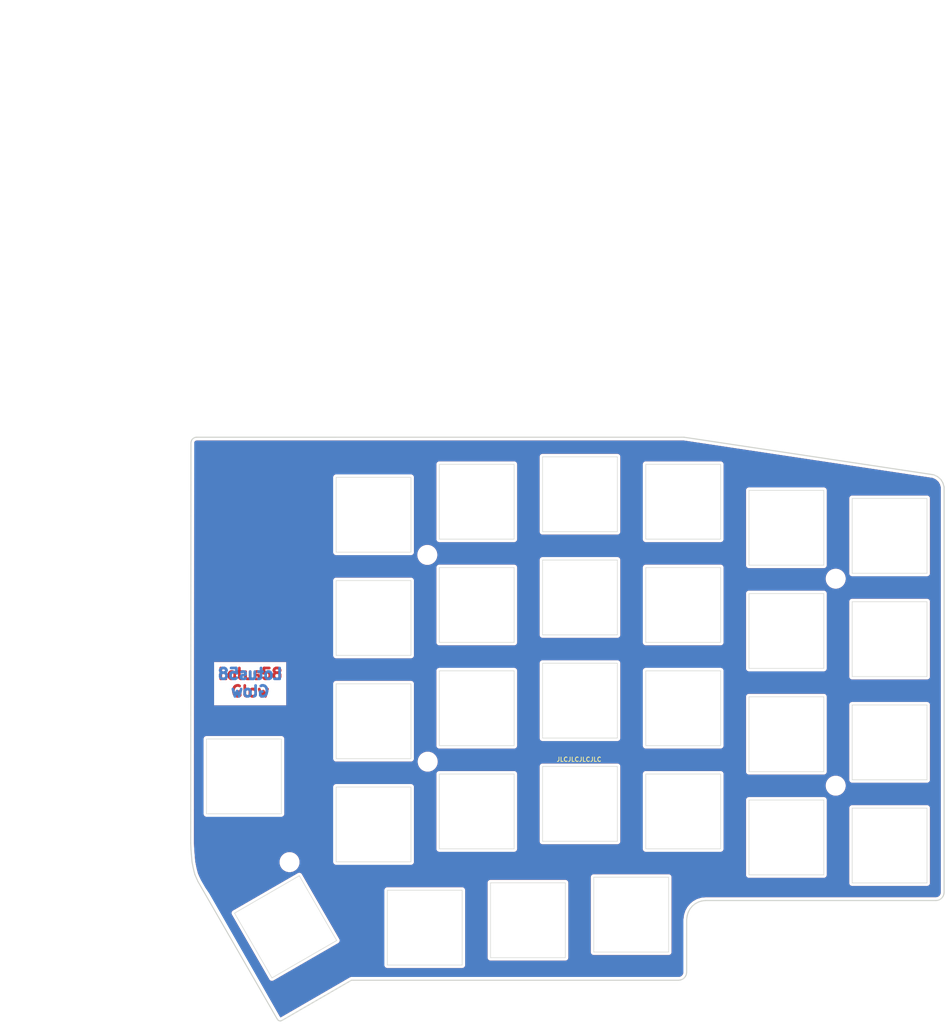
<source format=kicad_pcb>
(kicad_pcb (version 20211014) (generator pcbnew)
  (title_block (title "Lotus 58 Glow MX") (date "2020-12-12") (rev "0.95") (company "Markus Knutsson <markus.knutsson@tweety.se>") (comment 1 "https://github.com/TweetyDaBird") (comment 2 "Licensed under CERN-OHL-S v2 or any superseding version"))
  (layers (0 "F.Cu" signal) (31 "B.Cu" signal) (34 "B.Paste" user) (35 "F.Paste" user) (36 "B.SilkS" user "B.Silkscreen") (37 "F.SilkS" user "F.Silkscreen") (38 "B.Mask" user) (39 "F.Mask" user) (44 "Edge.Cuts" user))
  (net 0 "")
  (footprint "Keyboard Library:Cherry_MX_Plate_Hole_Placeholder" (layer "F.Cu") (at 133.45 47.6)
    (fp_text reference "SW2" hide)
    (fp_text value "SW_PUSH" hide)
    (fp_line (start 6.9 6.9) (end 6.9 -6.9) (layer "Edge.Cuts") (width 0.1))
    (fp_line (start 6.9 -6.9) (end -6.9 -6.9) (layer "Edge.Cuts") (width 0.1))
    (fp_line (start -6.9 6.9) (end -6.9 -6.9) (layer "Edge.Cuts") (width 0.1))
    (fp_line (start 6.9 6.9) (end -6.9 6.9) (layer "Edge.Cuts") (width 0.1))
  )
  (footprint "Keyboard Library:Cherry_MX_Plate_Hole_Placeholder" (layer "F.Cu") (at 152.5 46.21)
    (fp_text reference "SW3" hide)
    (fp_text value "SW_PUSH" hide)
    (fp_line (start 6.9 6.9) (end 6.9 -6.9) (layer "Edge.Cuts") (width 0.1))
    (fp_line (start 6.9 6.9) (end -6.9 6.9) (layer "Edge.Cuts") (width 0.1))
    (fp_line (start -6.9 6.9) (end -6.9 -6.9) (layer "Edge.Cuts") (width 0.1))
    (fp_line (start 6.9 -6.9) (end -6.9 -6.9) (layer "Edge.Cuts") (width 0.1))
  )
  (footprint "Keyboard Library:Cherry_MX_Plate_Hole_Placeholder" (layer "F.Cu") (at 171.55 47.6)
    (fp_text reference "SW4" hide)
    (fp_text value "SW_PUSH" hide)
    (fp_line (start 6.9 6.9) (end -6.9 6.9) (layer "Edge.Cuts") (width 0.1))
    (fp_line (start 6.9 6.9) (end 6.9 -6.9) (layer "Edge.Cuts") (width 0.1))
    (fp_line (start -6.9 6.9) (end -6.9 -6.9) (layer "Edge.Cuts") (width 0.1))
    (fp_line (start 6.9 -6.9) (end -6.9 -6.9) (layer "Edge.Cuts") (width 0.1))
  )
  (footprint "Keyboard Library:Cherry_MX_Plate_Hole_Placeholder" (layer "F.Cu") (at 209.65 53.9)
    (fp_text reference "SW6" hide)
    (fp_text value "SW_PUSH" hide)
    (fp_line (start 6.9 6.9) (end -6.9 6.9) (layer "Edge.Cuts") (width 0.1))
    (fp_line (start 6.9 -6.9) (end -6.9 -6.9) (layer "Edge.Cuts") (width 0.1))
    (fp_line (start 6.9 6.9) (end 6.9 -6.9) (layer "Edge.Cuts") (width 0.1))
    (fp_line (start -6.9 6.9) (end -6.9 -6.9) (layer "Edge.Cuts") (width 0.1))
  )
  (footprint "Keyboard Library:Cherry_MX_Plate_Hole_Placeholder" (layer "F.Cu") (at 114.4 69.05)
    (fp_text reference "SW7" hide)
    (fp_text value "SW_PUSH" hide)
    (fp_line (start 6.9 -6.9) (end -6.9 -6.9) (layer "Edge.Cuts") (width 0.1))
    (fp_line (start 6.9 6.9) (end -6.9 6.9) (layer "Edge.Cuts") (width 0.1))
    (fp_line (start -6.9 6.9) (end -6.9 -6.9) (layer "Edge.Cuts") (width 0.1))
    (fp_line (start 6.9 6.9) (end 6.9 -6.9) (layer "Edge.Cuts") (width 0.1))
  )
  (footprint "Keyboard Library:Cherry_MX_Plate_Hole_Placeholder" (layer "F.Cu") (at 152.5 65.26)
    (fp_text reference "SW9" hide)
    (fp_text value "SW_PUSH" hide)
    (fp_line (start 6.9 -6.9) (end -6.9 -6.9) (layer "Edge.Cuts") (width 0.1))
    (fp_line (start 6.9 6.9) (end -6.9 6.9) (layer "Edge.Cuts") (width 0.1))
    (fp_line (start -6.9 6.9) (end -6.9 -6.9) (layer "Edge.Cuts") (width 0.1))
    (fp_line (start 6.9 6.9) (end 6.9 -6.9) (layer "Edge.Cuts") (width 0.1))
  )
  (footprint "Keyboard Library:Cherry_MX_Plate_Hole_Placeholder" (layer "F.Cu") (at 171.55 66.65)
    (fp_text reference "SW10" hide)
    (fp_text value "SW_PUSH" hide)
    (fp_line (start -6.9 6.9) (end -6.9 -6.9) (layer "Edge.Cuts") (width 0.1))
    (fp_line (start 6.9 6.9) (end 6.9 -6.9) (layer "Edge.Cuts") (width 0.1))
    (fp_line (start 6.9 6.9) (end -6.9 6.9) (layer "Edge.Cuts") (width 0.1))
    (fp_line (start 6.9 -6.9) (end -6.9 -6.9) (layer "Edge.Cuts") (width 0.1))
  )
  (footprint "Keyboard Library:Cherry_MX_Plate_Hole_Placeholder" (layer "F.Cu") (at 190.6 71.45)
    (fp_text reference "SW11" hide)
    (fp_text value "SW_PUSH" hide)
    (fp_line (start 6.9 -6.9) (end -6.9 -6.9) (layer "Edge.Cuts") (width 0.1))
    (fp_line (start 6.9 6.9) (end -6.9 6.9) (layer "Edge.Cuts") (width 0.1))
    (fp_line (start 6.9 6.9) (end 6.9 -6.9) (layer "Edge.Cuts") (width 0.1))
    (fp_line (start -6.9 6.9) (end -6.9 -6.9) (layer "Edge.Cuts") (width 0.1))
  )
  (footprint "Keyboard Library:Cherry_MX_Plate_Hole_Placeholder" (layer "F.Cu") (at 209.65 72.95)
    (fp_text reference "SW12" hide)
    (fp_text value "SW_PUSH" hide)
    (fp_line (start 6.9 -6.9) (end -6.9 -6.9) (layer "Edge.Cuts") (width 0.1))
    (fp_line (start -6.9 6.9) (end -6.9 -6.9) (layer "Edge.Cuts") (width 0.1))
    (fp_line (start 6.9 6.9) (end 6.9 -6.9) (layer "Edge.Cuts") (width 0.1))
    (fp_line (start 6.9 6.9) (end -6.9 6.9) (layer "Edge.Cuts") (width 0.1))
  )
  (footprint "Keyboard Library:Cherry_MX_Plate_Hole_Placeholder" (layer "F.Cu") (at 114.4 88.1)
    (fp_text reference "SW13" hide)
    (fp_text value "SW_PUSH" hide)
    (fp_line (start -6.9 6.9) (end -6.9 -6.9) (layer "Edge.Cuts") (width 0.1))
    (fp_line (start 6.9 -6.9) (end -6.9 -6.9) (layer "Edge.Cuts") (width 0.1))
    (fp_line (start 6.9 6.9) (end -6.9 6.9) (layer "Edge.Cuts") (width 0.1))
    (fp_line (start 6.9 6.9) (end 6.9 -6.9) (layer "Edge.Cuts") (width 0.1))
  )
  (footprint "Keyboard Library:Cherry_MX_Plate_Hole_Placeholder" (layer "F.Cu") (at 133.45 85.7)
    (fp_text reference "SW14" hide)
    (fp_text value "SW_PUSH" hide)
    (fp_line (start 6.9 -6.9) (end -6.9 -6.9) (layer "Edge.Cuts") (width 0.1))
    (fp_line (start 6.9 6.9) (end -6.9 6.9) (layer "Edge.Cuts") (width 0.1))
    (fp_line (start 6.9 6.9) (end 6.9 -6.9) (layer "Edge.Cuts") (width 0.1))
    (fp_line (start -6.9 6.9) (end -6.9 -6.9) (layer "Edge.Cuts") (width 0.1))
  )
  (footprint "Keyboard Library:Cherry_MX_Plate_Hole_Placeholder" (layer "F.Cu") (at 152.5 84.31)
    (fp_text reference "SW15" hide)
    (fp_text value "SW_PUSH" hide)
    (fp_line (start -6.9 6.9) (end -6.9 -6.9) (layer "Edge.Cuts") (width 0.1))
    (fp_line (start 6.9 6.9) (end -6.9 6.9) (layer "Edge.Cuts") (width 0.1))
    (fp_line (start 6.9 -6.9) (end -6.9 -6.9) (layer "Edge.Cuts") (width 0.1))
    (fp_line (start 6.9 6.9) (end 6.9 -6.9) (layer "Edge.Cuts") (width 0.1))
  )
  (footprint "Keyboard Library:Cherry_MX_Plate_Hole_Placeholder" (layer "F.Cu") (at 190.6 90.5)
    (fp_text reference "SW17" hide)
    (fp_text value "SW_PUSH" hide)
    (fp_line (start 6.9 6.9) (end 6.9 -6.9) (layer "Edge.Cuts") (width 0.1))
    (fp_line (start 6.9 -6.9) (end -6.9 -6.9) (layer "Edge.Cuts") (width 0.1))
    (fp_line (start 6.9 6.9) (end -6.9 6.9) (layer "Edge.Cuts") (width 0.1))
    (fp_line (start -6.9 6.9) (end -6.9 -6.9) (layer "Edge.Cuts") (width 0.1))
  )
  (footprint "Keyboard Library:Cherry_MX_Plate_Hole_Placeholder" (layer "F.Cu") (at 209.65 92)
    (fp_text reference "SW18" hide)
    (fp_text value "SW_PUSH" hide)
    (fp_line (start 6.9 6.9) (end -6.9 6.9) (layer "Edge.Cuts") (width 0.1))
    (fp_line (start -6.9 6.9) (end -6.9 -6.9) (layer "Edge.Cuts") (width 0.1))
    (fp_line (start 6.9 -6.9) (end -6.9 -6.9) (layer "Edge.Cuts") (width 0.1))
    (fp_line (start 6.9 6.9) (end 6.9 -6.9) (layer "Edge.Cuts") (width 0.1))
  )
  (footprint "Keyboard Library:Cherry_MX_Plate_Hole_Placeholder" (layer "F.Cu") (at 114.4 107.15)
    (fp_text reference "SW19" hide)
    (fp_text value "SW_PUSH" hide)
    (fp_line (start 6.9 6.9) (end -6.9 6.9) (layer "Edge.Cuts") (width 0.1))
    (fp_line (start -6.9 6.9) (end -6.9 -6.9) (layer "Edge.Cuts") (width 0.1))
    (fp_line (start 6.9 -6.9) (end -6.9 -6.9) (layer "Edge.Cuts") (width 0.1))
    (fp_line (start 6.9 6.9) (end 6.9 -6.9) (layer "Edge.Cuts") (width 0.1))
  )
  (footprint "Keyboard Library:Cherry_MX_Plate_Hole_Placeholder" (layer "F.Cu") (at 133.45 104.75)
    (fp_text reference "SW20" hide)
    (fp_text value "SW_PUSH" hide)
    (fp_line (start -6.9 6.9) (end -6.9 -6.9) (layer "Edge.Cuts") (width 0.1))
    (fp_line (start 6.9 6.9) (end -6.9 6.9) (layer "Edge.Cuts") (width 0.1))
    (fp_line (start 6.9 -6.9) (end -6.9 -6.9) (layer "Edge.Cuts") (width 0.1))
    (fp_line (start 6.9 6.9) (end 6.9 -6.9) (layer "Edge.Cuts") (width 0.1))
  )
  (footprint "Keyboard Library:Cherry_MX_Plate_Hole_Placeholder" (layer "F.Cu") (at 152.5 103.36)
    (fp_text reference "SW21" hide)
    (fp_text value "SW_PUSH" hide)
    (fp_line (start -6.9 6.9) (end -6.9 -6.9) (layer "Edge.Cuts") (width 0.1))
    (fp_line (start 6.9 6.9) (end -6.9 6.9) (layer "Edge.Cuts") (width 0.1))
    (fp_line (start 6.9 -6.9) (end -6.9 -6.9) (layer "Edge.Cuts") (width 0.1))
    (fp_line (start 6.9 6.9) (end 6.9 -6.9) (layer "Edge.Cuts") (width 0.1))
  )
  (footprint "Keyboard Library:Cherry_MX_Plate_Hole_Placeholder" (layer "F.Cu") (at 171.55 104.75)
    (fp_text reference "SW22" hide)
    (fp_text value "SW_PUSH" hide)
    (fp_line (start 6.9 6.9) (end -6.9 6.9) (layer "Edge.Cuts") (width 0.1))
    (fp_line (start 6.9 -6.9) (end -6.9 -6.9) (layer "Edge.Cuts") (width 0.1))
    (fp_line (start -6.9 6.9) (end -6.9 -6.9) (layer "Edge.Cuts") (width 0.1))
    (fp_line (start 6.9 6.9) (end 6.9 -6.9) (layer "Edge.Cuts") (width 0.1))
  )
  (footprint "Keyboard Library:Cherry_MX_Plate_Hole_Placeholder" (layer "F.Cu") (at 190.6 109.55)
    (fp_text reference "SW23" hide)
    (fp_text value "SW_PUSH" hide)
    (fp_line (start 6.9 -6.9) (end -6.9 -6.9) (layer "Edge.Cuts") (width 0.1))
    (fp_line (start 6.9 6.9) (end 6.9 -6.9) (layer "Edge.Cuts") (width 0.1))
    (fp_line (start 6.9 6.9) (end -6.9 6.9) (layer "Edge.Cuts") (width 0.1))
    (fp_line (start -6.9 6.9) (end -6.9 -6.9) (layer "Edge.Cuts") (width 0.1))
  )
  (footprint "Keyboard Library:Cherry_MX_Plate_Hole_Placeholder" (layer "F.Cu") (at 123.85 126.2)
    (fp_text reference "SW27" hide)
    (fp_text value "SW_PUSH" hide)
    (fp_line (start -6.9 6.9) (end -6.9 -6.9) (layer "Edge.Cuts") (width 0.1))
    (fp_line (start 6.9 -6.9) (end -6.9 -6.9) (layer "Edge.Cuts") (width 0.1))
    (fp_line (start 6.9 6.9) (end 6.9 -6.9) (layer "Edge.Cuts") (width 0.1))
    (fp_line (start 6.9 6.9) (end -6.9 6.9) (layer "Edge.Cuts") (width 0.1))
  )
  (footprint "Keyboard Library:Cherry_MX_Plate_Hole_Placeholder" (layer "F.Cu") (at 142.8977 124.8283)
    (fp_text reference "SW28" hide)
    (fp_text value "SW_PUSH" hide)
    (fp_line (start 6.9 6.9) (end -6.9 6.9) (layer "Edge.Cuts") (width 0.1))
    (fp_line (start -6.9 6.9) (end -6.9 -6.9) (layer "Edge.Cuts") (width 0.1))
    (fp_line (start 6.9 -6.9) (end -6.9 -6.9) (layer "Edge.Cuts") (width 0.1))
    (fp_line (start 6.9 6.9) (end 6.9 -6.9) (layer "Edge.Cuts") (width 0.1))
  )
  (footprint "Keyboard Library:Cherry_MX_Plate_Hole_Placeholder" (layer "F.Cu") (at 161.95 123.8)
    (fp_text reference "SW29" hide)
    (fp_text value "SW_PUSH" hide)
    (fp_line (start 6.9 -6.9) (end -6.9 -6.9) (layer "Edge.Cuts") (width 0.1))
    (fp_line (start 6.9 6.9) (end -6.9 6.9) (layer "Edge.Cuts") (width 0.1))
    (fp_line (start -6.9 6.9) (end -6.9 -6.9) (layer "Edge.Cuts") (width 0.1))
    (fp_line (start 6.9 6.9) (end 6.9 -6.9) (layer "Edge.Cuts") (width 0.1))
  )
  (footprint "Keyboard Library:Cherry_MX_Plate_Hole_Placeholder" (layer "F.Cu") (at 114.4 50)
    (fp_text reference "SW1" hide)
    (fp_text value "SW_PUSH" hide)
    (fp_line (start 6.9 6.9) (end -6.9 6.9) (layer "Edge.Cuts") (width 0.1))
    (fp_line (start -6.9 6.9) (end -6.9 -6.9) (layer "Edge.Cuts") (width 0.1))
    (fp_line (start 6.9 6.9) (end 6.9 -6.9) (layer "Edge.Cuts") (width 0.1))
    (fp_line (start 6.9 -6.9) (end -6.9 -6.9) (layer "Edge.Cuts") (width 0.1))
  )
  (footprint "Keyboard Library:Cherry_MX_Plate_Hole_Placeholder" (layer "F.Cu") (at 90.4748 98.2853)
    (fp_text reference "SW25" hide)
    (fp_text value "SW_PUSH" hide)
    (fp_line (start 6.9 -6.9) (end -6.9 -6.9) (layer "Edge.Cuts") (width 0.1))
    (fp_line (start -6.9 6.9) (end -6.9 -6.9) (layer "Edge.Cuts") (width 0.1))
    (fp_line (start 6.9 6.9) (end 6.9 -6.9) (layer "Edge.Cuts") (width 0.1))
    (fp_line (start 6.9 6.9) (end -6.9 6.9) (layer "Edge.Cuts") (width 0.1))
  )
  (footprint "Keyboard Library:Cherry_MX_Plate_Hole_Placeholder" (layer "F.Cu") (at 209.65 111.05)
    (fp_text reference "SW24" hide)
    (fp_text value "SW_PUSH" hide)
    (fp_line (start 6.9 6.9) (end 6.9 -6.9) (layer "Edge.Cuts") (width 0.1))
    (fp_line (start 6.9 -6.9) (end -6.9 -6.9) (layer "Edge.Cuts") (width 0.1))
    (fp_line (start 6.9 6.9) (end -6.9 6.9) (layer "Edge.Cuts") (width 0.1))
    (fp_line (start -6.9 6.9) (end -6.9 -6.9) (layer "Edge.Cuts") (width 0.1))
  )
  (footprint "Keyboard Library:Cherry_MX_Plate_Hole_Placeholder" (layer "F.Cu") (at 98.171 126.0475 -60)
    (fp_text reference "SW26" hide)
    (fp_text value "SW_PUSH" hide)
    (fp_line (start -6.9 6.9) (end -6.9 -6.9) (layer "Edge.Cuts") (width 0.1))
    (fp_line (start 6.9 6.9) (end 6.9 -6.9) (layer "Edge.Cuts") (width 0.1))
    (fp_line (start 6.9 -6.9) (end -6.9 -6.9) (layer "Edge.Cuts") (width 0.1))
    (fp_line (start 6.9 6.9) (end -6.9 6.9) (layer "Edge.Cuts") (width 0.1))
  )
  (footprint "Keyboard Library:Cherry_MX_Plate_Hole_Placeholder" (layer "F.Cu") (at 171.55 85.7)
    (fp_text reference "SW16" hide)
    (fp_text value "SW_PUSH" hide)
    (fp_line (start 6.9 6.9) (end -6.9 6.9) (layer "Edge.Cuts") (width 0.1))
    (fp_line (start -6.9 6.9) (end -6.9 -6.9) (layer "Edge.Cuts") (width 0.1))
    (fp_line (start 6.9 6.9) (end 6.9 -6.9) (layer "Edge.Cuts") (width 0.1))
    (fp_line (start 6.9 -6.9) (end -6.9 -6.9) (layer "Edge.Cuts") (width 0.1))
  )
  (footprint "Keyboard Library:Cherry_MX_Plate_Hole_Placeholder" (layer "F.Cu") (at 190.6 52.4)
    (fp_text reference "SW5" hide)
    (fp_text value "SW_PUSH" hide)
    (fp_line (start 6.9 6.9) (end -6.9 6.9) (layer "Edge.Cuts") (width 0.1))
    (fp_line (start 6.9 -6.9) (end -6.9 -6.9) (layer "Edge.Cuts") (width 0.1))
    (fp_line (start 6.9 6.9) (end 6.9 -6.9) (layer "Edge.Cuts") (width 0.1))
    (fp_line (start -6.9 6.9) (end -6.9 -6.9) (layer "Edge.Cuts") (width 0.1))
  )
  (footprint "Keyboard Library:Cherry_MX_Plate_Hole_Placeholder" (layer "F.Cu") (at 133.45 66.65)
    (fp_text reference "SW8" hide)
    (fp_text value "SW_PUSH" hide)
    (fp_line (start -6.9 6.9) (end -6.9 -6.9) (layer "Edge.Cuts") (width 0.1))
    (fp_line (start 6.9 6.9) (end 6.9 -6.9) (layer "Edge.Cuts") (width 0.1))
    (fp_line (start 6.9 6.9) (end -6.9 6.9) (layer "Edge.Cuts") (width 0.1))
    (fp_line (start 6.9 -6.9) (end -6.9 -6.9) (layer "Edge.Cuts") (width 0.1))
  )
  (footprint "MountingHole:MountingHole_2.7mm_M2.5" (layer "F.Cu") (at 124.32538 57.40908)
    (fp_text reference "REF**" hide)
    (fp_text value "MountingHole_2.7mm_M2.5")
    (pad "" np_thru_hole circle locked (at 0 0) (size 2.7 2.7) (drill 2.7) (layers *.Cu *.Mask))
  )
  (footprint "MountingHole:MountingHole_2.7mm_M2.5" (layer "F.Cu") (at 199.7 100)
    (fp_text reference "REF**" hide)
    (fp_text value "MountingHole_2.7mm_M2.5")
    (pad "" np_thru_hole circle locked (at 0 0) (size 2.7 2.7) (drill 2.7) (layers *.Cu *.Mask))
  )
  (footprint "MountingHole:MountingHole_2.7mm_M2.5" (layer "F.Cu") (at 199.7 61.8)
    (fp_text reference "REF**" hide)
    (fp_text value "MountingHole_2.7mm_M2.5")
    (pad "" np_thru_hole circle locked (at 0 0) (size 2.7 2.7) (drill 2.7) (layers *.Cu *.Mask))
  )
  (footprint "MountingHole:MountingHole_2.7mm_M2.5" (layer "F.Cu") (at 98.8949 114.1095)
    (fp_text reference "REF**" hide)
    (fp_text value "MountingHole_2.7mm_M2.5")
    (pad "" np_thru_hole circle locked (at 0 0) (size 2.7 2.7) (drill 2.7) (layers *.Cu *.Mask))
  )
  (footprint "MountingHole:MountingHole_2.7mm_M2.5" (layer "F.Cu") (at 124.3965 95.5675)
    (fp_text reference "REF**" hide)
    (fp_text value "MountingHole_2.7mm_M2.5")
    (pad "" np_thru_hole circle locked (at 0 0) (size 2.7 2.7) (drill 2.7) (layers *.Cu *.Mask))
  )
  (gr_line (start 81.4197 116.3955) (end 81.9785 117.6655) (layer "Edge.Cuts") (width 0.2))
  (gr_line (start 219.50172 44.1452) (end 219.70492 44.8564) (layer "Edge.Cuts") (width 0.2))
  (gr_line (start 219.258732 120.757048) (end 219.03678 120.940136) (layer "Edge.Cuts") (width 0.2))
  (gr_line (start 219.03678 120.940136) (end 218.781972 121.078352) (layer "Edge.Cuts") (width 0.2))
  (gr_line (start 219.667372 119.998631) (end 219.580037 120.280287) (layer "Edge.Cuts") (width 0.2))
  (gr_line (start 219.580037 120.280287) (end 219.441821 120.535096) (layer "Edge.Cuts") (width 0.2))
  (gr_line (start 219.70492 119.6848) (end 219.667372 119.998631) (layer "Edge.Cuts") (width 0.2))
  (gr_line (start 219.441821 120.535096) (end 219.258732 120.757048) (layer "Edge.Cuts") (width 0.2))
  (gr_line (start 218.781972 121.078352) (end 218.500315 121.165688) (layer "Edge.Cuts") (width 0.2))
  (gr_line (start 218.500315 121.165688) (end 218.18092 121.19356) (layer "Edge.Cuts") (width 0.2))
  (gr_line (start 172.075297 134.989392) (end 171.937081 135.244201) (layer "Edge.Cuts") (width 0.2))
  (gr_line (start 80.7003 36.7444) (end 80.722283 36.528775) (layer "Edge.Cuts") (width 0.2))
  (gr_line (start 80.722283 36.528775) (end 80.783417 36.331615) (layer "Edge.Cuts") (width 0.2))
  (gr_line (start 81.342063 35.77297) (end 81.539222 35.711835) (layer "Edge.Cuts") (width 0.2))
  (gr_line (start 81.539222 35.711835) (end 81.7544 35.6903) (layer "Edge.Cuts") (width 0.2))
  (gr_line (start 80.880169 36.153249) (end 81.00833 35.997883) (layer "Edge.Cuts") (width 0.2))
  (gr_line (start 80.783417 36.331615) (end 80.880169 36.153249) (layer "Edge.Cuts") (width 0.2))
  (gr_line (start 81.00833 35.997883) (end 81.163697 35.869721) (layer "Edge.Cuts") (width 0.2))
  (gr_line (start 81.163697 35.869721) (end 81.342063 35.77297) (layer "Edge.Cuts") (width 0.2))
  (gr_line (start 80.772 112.649) (end 80.899 114.1095) (layer "Edge.Cuts") (width 0.2))
  (gr_line (start 80.7085 111.8235) (end 80.772 112.649) (layer "Edge.Cuts") (width 0.2))
  (gr_line (start 171.704 35.687) (end 81.7544 35.6903) (layer "Edge.Cuts") (width 0.2))
  (gr_line (start 171.937081 135.244201) (end 171.753993 135.466153) (layer "Edge.Cuts") (width 0.2))
  (gr_line (start 110.31982 135.90524) (end 170.69308 135.90524) (layer "Edge.Cuts") (width 0.2))
  (gr_line (start 97.594758 143.271756) (end 110.31982 135.90524) (layer "Edge.Cuts") (width 0.2))
  (gr_line (start 97.426864 143.357278) (end 97.594758 143.271756) (layer "Edge.Cuts") (width 0.2))
  (gr_line (start 96.852328 143.322532) (end 96.98047 143.386445) (layer "Edge.Cuts") (width 0.2))
  (gr_line (start 217.79552 42.621355) (end 171.704 35.687) (layer "Edge.Cuts") (width 0.2))
  (gr_line (start 81.9785 117.6655) (end 96.629837 143.08815) (layer "Edge.Cuts") (width 0.2))
  (gr_line (start 80.645 110.617) (end 80.7085 111.8235) (layer "Edge.Cuts") (width 0.2))
  (gr_line (start 172.816678 122.73602) (end 173.243884 122.218131) (layer "Edge.Cuts") (width 0.2))
  (gr_line (start 172.19308 134.427634) (end 172.162633 134.707736) (layer "Edge.Cuts") (width 0.2))
  (gr_line (start 174.356326 121.468421) (end 175.013524 121.264638) (layer "Edge.Cuts") (width 0.2))
  (gr_line (start 96.629837 143.08815) (end 96.735295 143.222884) (layer "Edge.Cuts") (width 0.2))
  (gr_line (start 219.13342 43.5102) (end 219.50172 44.1452) (layer "Edge.Cuts") (width 0.2))
  (gr_line (start 172.494174 123.330573) (end 172.816678 122.73602) (layer "Edge.Cuts") (width 0.2))
  (gr_line (start 171.277232 135.787458) (end 170.995576 135.874793) (layer "Edge.Cuts") (width 0.2))
  (gr_line (start 170.995576 135.874793) (end 170.69308 135.90524) (layer "Edge.Cuts") (width 0.2))
  (gr_line (start 97.268206 143.404468) (end 97.426864 143.357278) (layer "Edge.Cuts") (width 0.2))
  (gr_line (start 173.761773 121.790925) (end 174.356326 121.468421) (layer "Edge.Cuts") (width 0.2))
  (gr_line (start 97.119252 143.413974) (end 97.268206 143.404468) (layer "Edge.Cuts") (width 0.2))
  (gr_line (start 172.19422 124.69622) (end 172.19308 134.427634) (layer "Edge.Cuts") (width 0.2))
  (gr_line (start 173.243884 122.218131) (end 173.761773 121.790925) (layer "Edge.Cuts") (width 0.2))
  (gr_line (start 218.511891 42.96639) (end 217.79552 42.621355) (layer "Edge.Cuts") (width 0.2))
  (gr_line (start 219.13342 43.5102) (end 218.511891 42.96639) (layer "Edge.Cuts") (width 0.2))
  (gr_line (start 96.98047 143.386445) (end 97.119252 143.413974) (layer "Edge.Cuts") (width 0.2))
  (gr_line (start 96.735295 143.222884) (end 96.852328 143.322532) (layer "Edge.Cuts") (width 0.2))
  (gr_line (start 171.53204 135.649242) (end 171.277232 135.787458) (layer "Edge.Cuts") (width 0.2))
  (gr_line (start 172.19422 124.69622) (end 172.290391 123.987771) (layer "Edge.Cuts") (width 0.2))
  (gr_line (start 80.645 110.617) (end 80.7003 36.7444) (layer "Edge.Cuts") (width 0.2))
  (gr_line (start 219.70492 44.8564) (end 219.70492 119.6848) (layer "Edge.Cuts") (width 0.2))
  (gr_line (start 175.719348 121.193595) (end 218.18092 121.19356) (layer "Edge.Cuts") (width 0.2))
  (gr_line (start 172.162633 134.707736) (end 172.075297 134.989392) (layer "Edge.Cuts") (width 0.2))
  (gr_line (start 171.753993 135.466153) (end 171.53204 135.649242) (layer "Edge.Cuts") (width 0.2))
  (gr_line (start 172.290391 123.987771) (end 172.494174 123.330573) (layer "Edge.Cuts") (width 0.2))
  (gr_line (start 175.013524 121.264638) (end 175.719348 121.193595) (layer "Edge.Cuts") (width 0.2))
  (gr_line (start 81.153 115.3795) (end 81.4197 116.3955) (layer "Edge.Cuts") (width 0.2))
  (gr_line (start 80.899 114.1095) (end 81.153 115.3795) (layer "Edge.Cuts") (width 0.2))
  (gr_text "Lotus58\nGlow" (at 91.63 80.99) (layer "F.Cu") (effects (font (size 2 2) (thickness 0.5))))
  (gr_text "Lotus58\nGlow" (at 91.63 80.99) (layer "B.Cu") (effects (font (size 2 2) (thickness 0.5)) (justify mirror)))
  (gr_text "JLCJLCJLCJLC" (at 152.32 95.15) (layer "F.SilkS") (effects (font (size 0.8 0.8))))
  (zone (net 0) (net_name "") (layer "F.Cu") (connect_pads (clearance 0.508)) (min_thickness 0.254) (fill yes (thermal_gap 0.508) (thermal_bridge_width 0.508))
    (polygon (pts (xy 72.7649 34.81825) (xy 219.6399 35.48895) (xy 219.9 121) (xy 173.9 121) (xy 173.9 136) (xy 111.9 136) (xy 97.9 144) (xy 84.201 119.888) (xy 73.025 102.3293)))
  )
  (zone (net 0) (net_name "") (layer "B.Cu") (connect_pads (clearance 0.508)) (min_thickness 0.254) (fill yes (thermal_gap 0.508) (thermal_bridge_width 0.508))
    (polygon (pts (xy 72.54265 35.2056) (xy 219.76055 35.1016) (xy 219.9 121) (xy 173.9 121) (xy 173.9 136) (xy 111.9 136) (xy 97.9 144) (xy 84.074 119.888) (xy 72.6821 103.104)))
  )
)
</source>
